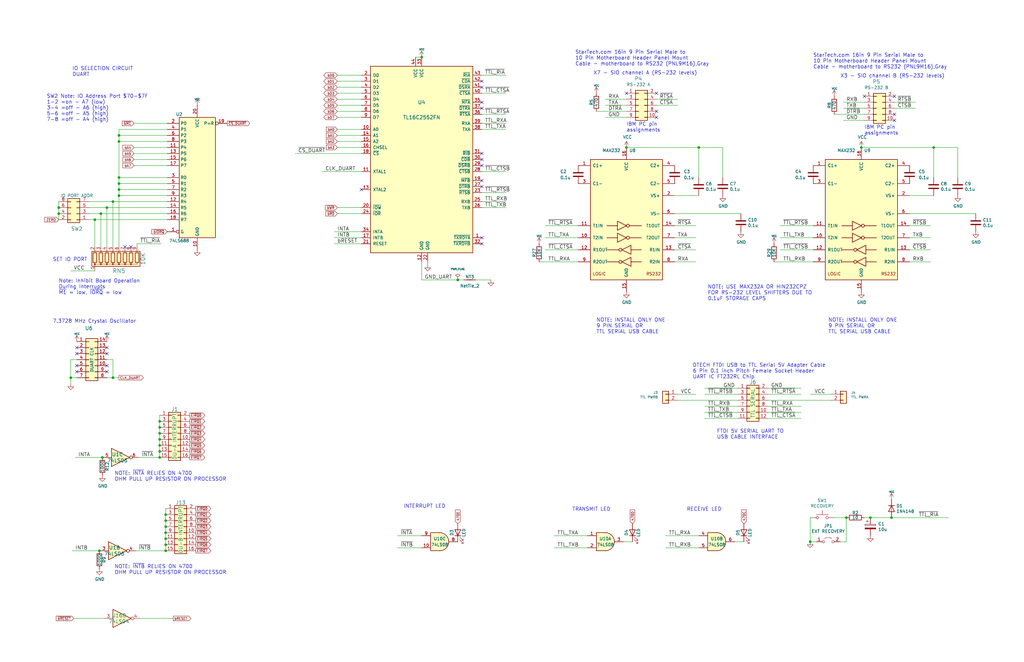
<source format=kicad_sch>
(kicad_sch (version 20211123) (generator eeschema)
  (paper "B")
  (junction (at 177.8 24.13))
  (junction (at 393.7 62.23))
  (junction (at 50.165 57.15))
  (junction (at 50.165 74.93))
  (junction (at 47.625 159.385))
  (junction (at 50.165 82.55))
  (junction (at 69.85 222.25))
  (junction (at 341.63 228.6))
  (junction (at 41.91 232.41))
  (junction (at 43.18 193.04))
  (junction (at 356.87 218.44))
  (junction (at 264.16 62.23))
  (junction (at 69.85 217.17))
  (junction (at 367.03 218.44))
  (junction (at 193.04 118.11))
  (junction (at 45.085 87.63))
  (junction (at 294.64 62.23))
  (junction (at 67.31 185.42))
  (junction (at 40.005 92.71))
  (junction (at 29.845 159.385))
  (junction (at 69.85 224.79))
  (junction (at 67.31 187.96))
  (junction (at 24.765 90.17))
  (junction (at 67.31 193.04))
  (junction (at 24.765 87.63))
  (junction (at 67.31 182.88))
  (junction (at 50.165 77.47))
  (junction (at 375.92 218.44))
  (junction (at 67.31 180.34))
  (junction (at 50.165 59.69))
  (junction (at 42.545 90.17))
  (junction (at 363.22 62.23))
  (junction (at 67.31 190.5))
  (junction (at 69.85 232.41))
  (junction (at 69.85 229.87))
  (junction (at 69.85 219.71))
  (junction (at 50.165 80.01))
  (junction (at 47.625 85.09))
  (junction (at 69.85 227.33))
  (junction (at 67.31 177.8))
  (no_connect (at 55.245 104.14))
  (no_connect (at 203.2 76.2))
  (no_connect (at 52.705 104.14))
  (no_connect (at 276.86 39.37))
  (no_connect (at 377.19 50.8))
  (no_connect (at 276.86 49.53))
  (no_connect (at 203.2 64.77))
  (no_connect (at 32.385 149.225))
  (no_connect (at 152.4 80.01))
  (no_connect (at 203.2 34.29))
  (no_connect (at 276.86 46.99))
  (no_connect (at 203.2 69.85))
  (no_connect (at 32.385 156.845))
  (no_connect (at 203.2 100.33))
  (no_connect (at 203.2 43.18))
  (no_connect (at 45.085 156.845))
  (no_connect (at 364.49 40.64))
  (no_connect (at 45.085 154.305))
  (no_connect (at 45.085 149.225))
  (no_connect (at 377.19 40.64))
  (no_connect (at 203.2 67.31))
  (no_connect (at 264.16 39.37))
  (no_connect (at 32.385 154.305))
  (no_connect (at 203.2 78.74))
  (no_connect (at 203.2 102.87))
  (no_connect (at 203.2 45.72))
  (no_connect (at 203.2 36.83))
  (no_connect (at 32.385 146.685))
  (no_connect (at 377.19 48.26))
  (no_connect (at 45.085 146.685))
  (wire (pts (xy 70.485 74.93) (xy 50.165 74.93)))
  (wire (pts (xy 56.515 52.07) (xy 70.485 52.07)))
  (wire (pts (xy 24.765 90.17) (xy 24.765 92.71)))
  (wire (pts (xy 203.2 85.09) (xy 213.36 85.09)))
  (wire (pts (xy 297.18 163.83) (xy 311.15 163.83)))
  (wire (pts (xy 124.46 64.77) (xy 152.4 64.77)))
  (wire (pts (xy 403.86 62.23) (xy 403.86 74.93)))
  (wire (pts (xy 67.31 177.8) (xy 67.31 175.26)))
  (wire (pts (xy 393.7 62.23) (xy 363.22 62.23)))
  (wire (pts (xy 280.67 231.14) (xy 294.64 231.14)))
  (wire (pts (xy 69.85 229.87) (xy 69.85 232.41)))
  (wire (pts (xy 142.24 49.53) (xy 152.4 49.53)))
  (wire (pts (xy 284.48 105.41) (xy 293.37 105.41)))
  (wire (pts (xy 341.63 218.44) (xy 341.63 228.6)))
  (wire (pts (xy 276.86 41.91) (xy 285.75 41.91)))
  (wire (pts (xy 67.31 190.5) (xy 67.31 187.96)))
  (wire (pts (xy 297.18 176.53) (xy 311.15 176.53)))
  (wire (pts (xy 142.24 31.75) (xy 152.4 31.75)))
  (wire (pts (xy 30.48 232.41) (xy 41.91 232.41)))
  (wire (pts (xy 142.24 90.17) (xy 152.4 90.17)))
  (wire (pts (xy 50.165 74.93) (xy 50.165 59.69)))
  (wire (pts (xy 70.485 77.47) (xy 50.165 77.47)))
  (wire (pts (xy 383.54 105.41) (xy 392.43 105.41)))
  (wire (pts (xy 40.005 104.14) (xy 40.005 92.71)))
  (wire (pts (xy 200.66 118.11) (xy 207.01 118.11)))
  (wire (pts (xy 350.52 166.37) (xy 341.63 166.37)))
  (wire (pts (xy 67.31 187.96) (xy 67.31 185.42)))
  (wire (pts (xy 323.85 176.53) (xy 337.82 176.53)))
  (wire (pts (xy 180.34 111.76) (xy 180.34 110.49)))
  (wire (pts (xy 328.93 105.41) (xy 342.9 105.41)))
  (wire (pts (xy 47.625 159.385) (xy 47.625 151.765)))
  (wire (pts (xy 57.785 102.87) (xy 57.785 104.14)))
  (wire (pts (xy 40.005 114.3) (xy 29.845 114.3)))
  (wire (pts (xy 152.4 72.39) (xy 135.89 72.39)))
  (wire (pts (xy 70.485 82.55) (xy 50.165 82.55)))
  (wire (pts (xy 29.845 151.765) (xy 29.845 159.385)))
  (wire (pts (xy 203.2 52.07) (xy 213.36 52.07)))
  (wire (pts (xy 311.15 168.91) (xy 285.75 168.91)))
  (wire (pts (xy 50.165 80.01) (xy 50.165 77.47)))
  (wire (pts (xy 142.24 87.63) (xy 152.4 87.63)))
  (wire (pts (xy 337.82 171.45) (xy 323.85 171.45)))
  (wire (pts (xy 140.97 102.87) (xy 152.4 102.87)))
  (wire (pts (xy 24.765 85.09) (xy 24.765 87.63)))
  (wire (pts (xy 354.33 228.6) (xy 356.87 228.6)))
  (wire (pts (xy 328.93 95.25) (xy 342.9 95.25)))
  (wire (pts (xy 70.485 59.69) (xy 50.165 59.69)))
  (wire (pts (xy 328.93 100.33) (xy 342.9 100.33)))
  (wire (pts (xy 337.82 166.37) (xy 323.85 166.37)))
  (wire (pts (xy 377.19 43.18) (xy 386.08 43.18)))
  (wire (pts (xy 294.64 62.23) (xy 264.16 62.23)))
  (wire (pts (xy 167.64 231.14) (xy 177.8 231.14)))
  (wire (pts (xy 142.24 57.15) (xy 152.4 57.15)))
  (wire (pts (xy 50.165 104.14) (xy 50.165 82.55)))
  (wire (pts (xy 177.8 118.11) (xy 193.04 118.11)))
  (wire (pts (xy 57.785 102.87) (xy 67.945 102.87)))
  (wire (pts (xy 276.86 44.45) (xy 285.75 44.45)))
  (wire (pts (xy 355.6 45.72) (xy 364.49 45.72)))
  (wire (pts (xy 323.85 168.91) (xy 350.52 168.91)))
  (wire (pts (xy 142.24 39.37) (xy 152.4 39.37)))
  (wire (pts (xy 69.85 214.63) (xy 69.85 217.17)))
  (wire (pts (xy 383.54 95.25) (xy 392.43 95.25)))
  (wire (pts (xy 45.085 87.63) (xy 70.485 87.63)))
  (wire (pts (xy 37.465 87.63) (xy 45.085 87.63)))
  (wire (pts (xy 69.85 219.71) (xy 69.85 222.25)))
  (wire (pts (xy 337.82 163.83) (xy 323.85 163.83)))
  (wire (pts (xy 229.87 105.41) (xy 243.84 105.41)))
  (wire (pts (xy 45.085 159.385) (xy 47.625 159.385)))
  (wire (pts (xy 255.27 41.91) (xy 264.16 41.91)))
  (wire (pts (xy 229.87 100.33) (xy 243.84 100.33)))
  (wire (pts (xy 42.545 104.14) (xy 42.545 90.17)))
  (wire (pts (xy 383.54 82.55) (xy 393.7 82.55)))
  (wire (pts (xy 50.165 77.47) (xy 50.165 74.93)))
  (wire (pts (xy 67.31 185.42) (xy 67.31 182.88)))
  (wire (pts (xy 142.24 44.45) (xy 152.4 44.45)))
  (wire (pts (xy 203.2 54.61) (xy 213.36 54.61)))
  (wire (pts (xy 255.27 49.53) (xy 264.16 49.53)))
  (wire (pts (xy 383.54 90.17) (xy 411.48 90.17)))
  (wire (pts (xy 29.845 161.925) (xy 29.845 159.385)))
  (wire (pts (xy 284.48 95.25) (xy 293.37 95.25)))
  (wire (pts (xy 56.515 67.31) (xy 70.485 67.31)))
  (wire (pts (xy 284.48 90.17) (xy 312.42 90.17)))
  (wire (pts (xy 383.54 100.33) (xy 392.43 100.33)))
  (wire (pts (xy 203.2 39.37) (xy 213.36 39.37)))
  (wire (pts (xy 45.085 104.14) (xy 45.085 87.63)))
  (wire (pts (xy 355.6 50.8) (xy 364.49 50.8)))
  (wire (pts (xy 227.33 110.49) (xy 243.84 110.49)))
  (wire (pts (xy 251.46 46.99) (xy 264.16 46.99)))
  (wire (pts (xy 337.82 173.99) (xy 323.85 173.99)))
  (wire (pts (xy 69.85 217.17) (xy 69.85 219.71)))
  (wire (pts (xy 37.465 92.71) (xy 40.005 92.71)))
  (wire (pts (xy 40.005 92.71) (xy 70.485 92.71)))
  (wire (pts (xy 140.97 97.79) (xy 152.4 97.79)))
  (wire (pts (xy 393.7 62.23) (xy 403.86 62.23)))
  (wire (pts (xy 50.165 59.69) (xy 50.165 57.15)))
  (wire (pts (xy 142.24 36.83) (xy 152.4 36.83)))
  (wire (pts (xy 377.19 45.72) (xy 386.08 45.72)))
  (wire (pts (xy 203.2 87.63) (xy 213.36 87.63)))
  (wire (pts (xy 400.05 218.44) (xy 375.92 218.44)))
  (wire (pts (xy 37.465 90.17) (xy 42.545 90.17)))
  (wire (pts (xy 294.64 74.93) (xy 294.64 62.23)))
  (wire (pts (xy 351.79 48.26) (xy 364.49 48.26)))
  (wire (pts (xy 24.765 87.63) (xy 24.765 90.17)))
  (wire (pts (xy 309.88 228.6) (xy 313.69 228.6)))
  (wire (pts (xy 284.48 110.49) (xy 293.37 110.49)))
  (wire (pts (xy 142.24 54.61) (xy 152.4 54.61)))
  (wire (pts (xy 42.545 90.17) (xy 70.485 90.17)))
  (wire (pts (xy 297.18 173.99) (xy 311.15 173.99)))
  (wire (pts (xy 393.7 74.93) (xy 393.7 62.23)))
  (wire (pts (xy 67.31 193.04) (xy 67.31 190.5)))
  (wire (pts (xy 364.49 218.44) (xy 367.03 218.44)))
  (wire (pts (xy 280.67 226.06) (xy 294.64 226.06)))
  (wire (pts (xy 193.04 118.11) (xy 195.58 118.11)))
  (wire (pts (xy 229.87 95.25) (xy 243.84 95.25)))
  (wire (pts (xy 56.515 69.85) (xy 70.485 69.85)))
  (wire (pts (xy 70.485 80.01) (xy 50.165 80.01)))
  (wire (pts (xy 32.385 151.765) (xy 29.845 151.765)))
  (wire (pts (xy 367.03 218.44) (xy 375.92 218.44)))
  (wire (pts (xy 177.8 118.11) (xy 177.8 110.49)))
  (wire (pts (xy 233.68 226.06) (xy 247.65 226.06)))
  (wire (pts (xy 297.18 171.45) (xy 311.15 171.45)))
  (wire (pts (xy 356.87 228.6) (xy 356.87 218.44)))
  (wire (pts (xy 56.515 64.77) (xy 70.485 64.77)))
  (wire (pts (xy 203.2 81.28) (xy 213.36 81.28)))
  (wire (pts (xy 142.24 41.91) (xy 152.4 41.91)))
  (wire (pts (xy 142.24 46.99) (xy 152.4 46.99)))
  (wire (pts (xy 294.64 62.23) (xy 304.8 62.23)))
  (wire (pts (xy 37.465 85.09) (xy 47.625 85.09)))
  (wire (pts (xy 47.625 85.09) (xy 70.485 85.09)))
  (wire (pts (xy 383.54 110.49) (xy 392.43 110.49)))
  (wire (pts (xy 297.18 166.37) (xy 311.15 166.37)))
  (wire (pts (xy 69.85 227.33) (xy 69.85 229.87)))
  (wire (pts (xy 69.85 224.79) (xy 69.85 227.33)))
  (wire (pts (xy 58.42 193.04) (xy 67.31 193.04)))
  (wire (pts (xy 47.625 159.385) (xy 50.165 159.385)))
  (wire (pts (xy 47.625 104.14) (xy 47.625 85.09)))
  (wire (pts (xy 233.68 231.14) (xy 247.65 231.14)))
  (wire (pts (xy 67.31 180.34) (xy 67.31 177.8)))
  (wire (pts (xy 45.085 151.765) (xy 47.625 151.765)))
  (wire (pts (xy 59.055 260.985) (xy 73.025 260.985)))
  (wire (pts (xy 203.2 72.39) (xy 213.36 72.39)))
  (wire (pts (xy 56.515 62.23) (xy 70.485 62.23)))
  (wire (pts (xy 356.87 218.44) (xy 351.79 218.44)))
  (wire (pts (xy 50.165 54.61) (xy 70.485 54.61)))
  (wire (pts (xy 177.8 24.13) (xy 175.26 24.13)))
  (wire (pts (xy 31.115 260.985) (xy 43.815 260.985)))
  (wire (pts (xy 284.48 82.55) (xy 294.64 82.55)))
  (wire (pts (xy 142.24 62.23) (xy 152.4 62.23)))
  (wire (pts (xy 203.2 48.26) (xy 213.36 48.26)))
  (wire (pts (xy 167.64 226.06) (xy 177.8 226.06)))
  (wire (pts (xy 203.2 31.75) (xy 213.36 31.75)))
  (wire (pts (xy 142.24 34.29) (xy 152.4 34.29)))
  (wire (pts (xy 142.24 59.69) (xy 152.4 59.69)))
  (wire (pts (xy 140.97 100.33) (xy 152.4 100.33)))
  (wire (pts (xy 341.63 228.6) (xy 344.17 228.6)))
  (wire (pts (xy 304.8 62.23) (xy 304.8 74.93)))
  (wire (pts (xy 284.48 100.33) (xy 293.37 100.33)))
  (wire (pts (xy 57.15 232.41) (xy 69.85 232.41)))
  (wire (pts (xy 50.165 57.15) (xy 50.165 54.61)))
  (wire (pts (xy 326.39 110.49) (xy 342.9 110.49)))
  (wire (pts (xy 50.165 82.55) (xy 50.165 80.01)))
  (wire (pts (xy 31.75 193.04) (xy 43.18 193.04)))
  (wire (pts (xy 255.27 44.45) (xy 264.16 44.45)))
  (wire (pts (xy 70.485 57.15) (xy 50.165 57.15)))
  (wire (pts (xy 285.75 166.37) (xy 293.37 166.37)))
  (wire (pts (xy 355.6 43.18) (xy 364.49 43.18)))
  (wire (pts (xy 262.89 228.6) (xy 266.7 228.6)))
  (wire (pts (xy 29.845 159.385) (xy 32.385 159.385)))
  (wire (pts (xy 69.85 222.25) (xy 69.85 224.79)))
  (wire (pts (xy 67.31 182.88) (xy 67.31 180.34)))
  (text "NOTE: USE MAX232A OR HIN232CPZ\nFOR RS-232 LEVEL SHIFTERS DUE TO\n0.1uF STORAGE CAPS" (at 298.45 127 0) (effects (font (size 1.524 1.524)) (justify left bottom)))
  (text "X7 - SIO channel A (RS-232 levels)" (at 250.19 31.75 0) (effects (font (size 1.524 1.524)) (justify left bottom)))
  (text "NOTE: INSTALL ONLY ONE\n9 PIN SERIAL OR\nTTL SERIAL USB CABLE" (at 251.46 140.97 0) (effects (font (size 1.524 1.524)) (justify left bottom)))
  (text "SW2 Note: IO Address Port $70-$7F\n1-2 =on - A7 (low)\n3-4 =off - A6 (high)\n5-6 =off - A5 (high)\n7-8 =off - A4 (high)" (at 19.685 51.435 0) (effects (font (size 1.524 1.524)) (justify left bottom)))
  (text "NOTE: ~{INTB} RELIES ON 4700 \nOHM PULL UP RESISTOR ON PROCESSOR" (at 48.26 242.57 0) (effects (font (size 1.524 1.524)) (justify left bottom)))
  (text "NOTE: ~{INTA} RELIES ON 4700 \nOHM PULL UP RESISTOR ON PROCESSOR" (at 48.26 203.2 0) (effects (font (size 1.524 1.524)) (justify left bottom)))
  (text "StarTech.com 16in 9 Pin Serial Male to \n10 Pin Motherboard Header Panel Mount \nCable - motherboard to RS232 (PNL9M16),Gray" (at 242.57 27.94 0) (effects (font (size 1.524 1.524)) (justify left bottom)))
  (text "INTERRUPT LED" (at 170.18 214.63 0) (effects (font (size 1.524 1.524)) (justify left bottom)))
  (text "SET IO PORT" (at 22.225 110.49 0) (effects (font (size 1.524 1.524)) (justify left bottom)))
  (text "DTECH FTDI USB to TTL Serial 5V Adapter Cable \n6 Pin 0.1 inch Pitch Female Socket Header \nUART IC FT232RL Chip" (at 292.1 160.02 0) (effects (font (size 1.524 1.524)) (justify left bottom)))
  (text "FTDI 5V SERIAL UART TO\nUSB CABLE INTERFACE" (at 302.26 185.42 0) (effects (font (size 1.524 1.524)) (justify left bottom)))
  (text "TRANSMIT LED" (at 241.3 215.9 0) (effects (font (size 1.524 1.524)) (justify left bottom)))
  (text "7.3728 MHz Crystal Oscillator" (at 22.225 136.525 0) (effects (font (size 1.524 1.524)) (justify left bottom)))
  (text "IBM PC pin\nassignments" (at 264.16 55.88 0) (effects (font (size 1.524 1.524)) (justify left bottom)))
  (text "StarTech.com 16in 9 Pin Serial Male to \n10 Pin Motherboard Header Panel Mount \nCable - motherboard to RS232 (PNL9M16),Gray" (at 342.9 29.21 0) (effects (font (size 1.524 1.524)) (justify left bottom)))
  (text "RECEIVE LED" (at 289.56 215.9 0) (effects (font (size 1.524 1.524)) (justify left bottom)))
  (text "IO SELECTION CIRCUIT\nDUART" (at 30.48 32.385 0) (effects (font (size 1.524 1.524)) (justify left bottom)))
  (text "Note: Inhibit Board Operation\nDuring Interrupts\n~{M1} = low, ~{IORQ} = low" (at 24.765 124.46 0) (effects (font (size 1.524 1.524)) (justify left bottom)))
  (text "X3 - SIO channel B (RS-232 levels)" (at 354.33 33.02 0) (effects (font (size 1.524 1.524)) (justify left bottom)))
  (text "NOTE: INSTALL ONLY ONE\n9 PIN SERIAL OR\nTTL SERIAL USB CABLE" (at 349.25 140.97 0) (effects (font (size 1.524 1.524)) (justify left bottom)))
  (text "IBM PC pin\nassignments" (at 364.49 57.15 0) (effects (font (size 1.524 1.524)) (justify left bottom)))
  (label "~{DTRA}" (at 256.54 46.99 0) (effects (font (size 1.524 1.524))))
  (label "~{INTB}" (at 168.91 231.14 0) (effects (font (size 1.524 1.524))))
  (label "~{TTL_CTSB}" (at 330.2 105.41 0) (effects (font (size 1.524 1.524))))
  (label "TXA" (at 285.75 100.33 0) (effects (font (size 1.524 1.524))))
  (label "TXB" (at 356.87 45.72 0) (effects (font (size 1.524 1.524))))
  (label "~{TTL_RTSA}" (at 231.14 95.25 0) (effects (font (size 1.524 1.524))))
  (label "INTA" (at 142.24 97.79 0) (effects (font (size 1.524 1.524))))
  (label "RXA" (at 256.54 41.91 0) (effects (font (size 1.524 1.524))))
  (label "GND" (at 356.87 50.8 0) (effects (font (size 1.524 1.524))))
  (label "TTL_TXB" (at 330.2 100.33 0) (effects (font (size 1.524 1.524))))
  (label "~{RTSA}" (at 278.13 41.91 0) (effects (font (size 1.524 1.524))))
  (label "~{CTSA}" (at 285.75 105.41 0) (effects (font (size 1.524 1.524))))
  (label "RXA" (at 285.75 110.49 0) (effects (font (size 1.524 1.524))))
  (label "TTL_RXA" (at 281.94 226.06 0) (effects (font (size 1.524 1.524))))
  (label "TTL_TXB" (at 298.45 173.99 0) (effects (font (size 1.524 1.524))))
  (label "~{TTL_CTSB}" (at 298.45 176.53 0) (effects (font (size 1.524 1.524))))
  (label "~{TTL_RIA}" (at 59.055 102.87 0) (effects (font (size 1.524 1.524))))
  (label "RXB" (at 356.87 43.18 0) (effects (font (size 1.524 1.524))))
  (label "TTL_TXB" (at 234.95 231.14 0) (effects (font (size 1.524 1.524))))
  (label "~{TTL_RTSA}" (at 325.12 166.37 0) (effects (font (size 1.524 1.524))))
  (label "~{TTL_RTSB}" (at 204.47 81.28 0) (effects (font (size 1.524 1.524))))
  (label "GND" (at 256.54 49.53 0) (effects (font (size 1.524 1.524))))
  (label "~{TTL_RTSA}" (at 204.47 48.26 0) (effects (font (size 1.524 1.524))))
  (label "~{CS_DUART}" (at 125.73 64.77 0) (effects (font (size 1.524 1.524))))
  (label "~{TTL_RIA}" (at 204.47 31.75 0) (effects (font (size 1.524 1.524))))
  (label "INTB" (at 31.75 232.41 0) (effects (font (size 1.524 1.524))))
  (label "VCC" (at 347.98 166.37 180) (effects (font (size 1.524 1.524))))
  (label "GND" (at 325.12 163.83 0) (effects (font (size 1.524 1.524))))
  (label "~{CTSB}" (at 378.46 45.72 0) (effects (font (size 1.524 1.524))))
  (label "TTL_RXB" (at 281.94 231.14 0) (effects (font (size 1.524 1.524))))
  (label "~{CTSA}" (at 278.13 44.45 0) (effects (font (size 1.524 1.524))))
  (label "TTL_RXA" (at 325.12 171.45 0) (effects (font (size 1.524 1.524))))
  (label "~{CTSB}" (at 384.81 105.41 0) (effects (font (size 1.524 1.524))))
  (label "GND_UART" (at 179.07 118.11 0) (effects (font (size 1.524 1.524))))
  (label "~{RTSA}" (at 285.75 95.25 0) (effects (font (size 1.524 1.524))))
  (label "RXB" (at 384.81 110.49 0) (effects (font (size 1.524 1.524))))
  (label "bRESET" (at 142.24 102.87 0) (effects (font (size 1.524 1.524))))
  (label "CLK_DUART" (at 137.16 72.39 0) (effects (font (size 1.524 1.524))))
  (label "~{TTL_CTSA}" (at 231.14 105.41 0) (effects (font (size 1.524 1.524))))
  (label "INTB" (at 142.24 100.33 0) (effects (font (size 1.524 1.524))))
  (label "~{TTL_CTSA}" (at 325.12 176.53 0) (effects (font (size 1.524 1.524))))
  (label "TTL_TXB" (at 204.47 87.63 0) (effects (font (size 1.524 1.524))))
  (label "~{TTL_CTSB}" (at 204.47 72.39 0) (effects (font (size 1.524 1.524))))
  (label "TTL_TXA" (at 231.14 100.33 0) (effects (font (size 1.524 1.524))))
  (label "INTA" (at 33.02 193.04 0) (effects (font (size 1.524 1.524))))
  (label "GND" (at 309.88 163.83 180) (effects (font (size 1.524 1.524))))
  (label "~{TTL_RIA}" (at 387.35 218.44 0) (effects (font (size 1.524 1.524))))
  (label "~{INTA}" (at 59.69 193.04 0) (effects (font (size 1.524 1.524))))
  (label "~{DTRB}" (at 356.87 48.26 0) (effects (font (size 1.524 1.524))))
  (label "~{RTSB}" (at 378.46 43.18 0) (effects (font (size 1.524 1.524))))
  (label "TTL_RXB" (at 204.47 85.09 0) (effects (font (size 1.524 1.524))))
  (label "VCC" (at 31.115 114.3 0) (effects (font (size 1.524 1.524))))
  (label "VCC" (at 287.02 166.37 0) (effects (font (size 1.524 1.524))))
  (label "TTL_RXB" (at 330.2 110.49 0) (effects (font (size 1.524 1.524))))
  (label "~{TTL_CTSA}" (at 204.47 39.37 0) (effects (font (size 1.524 1.524))))
  (label "TTL_TXA" (at 204.47 54.61 0) (effects (font (size 1.524 1.524))))
  (label "~{INTB}" (at 58.42 232.41 0) (effects (font (size 1.524 1.524))))
  (label "TTL_RXB" (at 298.45 171.45 0) (effects (font (size 1.524 1.524))))
  (label "TTL_TXA" (at 325.12 173.99 0) (effects (font (size 1.524 1.524))))
  (label "~{RTSB}" (at 384.81 95.25 0) (effects (font (size 1.524 1.524))))
  (label "~{TTL_RTSB}" (at 330.2 95.25 0) (effects (font (size 1.524 1.524))))
  (label "TXA" (at 256.54 44.45 0) (effects (font (size 1.524 1.524))))
  (label "~{INTA}" (at 168.91 226.06 0) (effects (font (size 1.524 1.524))))
  (label "~{TTL_RTSB}" (at 298.45 166.37 0) (effects (font (size 1.524 1.524))))
  (label "TTL_RXA" (at 204.47 52.07 0) (effects (font (size 1.524 1.524))))
  (label "TTL_RXA" (at 231.14 110.49 0) (effects (font (size 1.524 1.524))))
  (label "TTL_TXA" (at 234.95 226.06 0) (effects (font (size 1.524 1.524))))
  (label "TXB" (at 384.81 100.33 0) (effects (font (size 1.524 1.524))))
  (global_label "bD3" (shape bidirectional) (at 142.24 39.37 180) (effects (font (size 1.016 1.016))) (property "Intersheet References" "${INTERSHEET_REFS}" (effects hide)))
  (global_label "~{EIRQ1}" (shape output) (at 80.01 177.8 0) (effects (font (size 1.016 1.016))) (property "Intersheet References" "${INTERSHEET_REFS}" (effects hide)))
  (global_label "~{EIRQ1}" (shape output) (at 82.55 217.17 0) (effects (font (size 1.016 1.016))) (property "Intersheet References" "${INTERSHEET_REFS}" (effects hide)))
  (global_label "~{CS_DUART}" (shape output) (at 95.885 52.07 0) (effects (font (size 1.016 1.016))) (property "Intersheet References" "${INTERSHEET_REFS}" (effects hide)))
  (global_label "~{EIRQ2}" (shape output) (at 82.55 219.71 0) (effects (font (size 1.016 1.016))) (property "Intersheet References" "${INTERSHEET_REFS}" (effects hide)))
  (global_label "~{EIRQ3}" (shape output) (at 82.55 222.25 0) (effects (font (size 1.016 1.016))) (property "Intersheet References" "${INTERSHEET_REFS}" (effects hide)))
  (global_label "bA1" (shape input) (at 142.24 57.15 180) (effects (font (size 1.016 1.016))) (property "Intersheet References" "${INTERSHEET_REFS}" (effects hide)))
  (global_label "~{EIRQ6}" (shape output) (at 82.55 229.87 0) (effects (font (size 1.016 1.016))) (property "Intersheet References" "${INTERSHEET_REFS}" (effects hide)))
  (global_label "bA6" (shape input) (at 56.515 67.31 180) (effects (font (size 1.016 1.016))) (property "Intersheet References" "${INTERSHEET_REFS}" (effects hide)))
  (global_label "bD5" (shape bidirectional) (at 142.24 44.45 180) (effects (font (size 1.016 1.016))) (property "Intersheet References" "${INTERSHEET_REFS}" (effects hide)))
  (global_label "~{EIRQ6}" (shape output) (at 80.01 190.5 0) (effects (font (size 1.016 1.016))) (property "Intersheet References" "${INTERSHEET_REFS}" (effects hide)))
  (global_label "470E" (shape input) (at 193.04 220.98 90) (effects (font (size 1.016 1.016))) (property "Intersheet References" "${INTERSHEET_REFS}" (effects hide)))
  (global_label "470D" (shape input) (at 266.7 220.98 90) (effects (font (size 1.016 1.016))) (property "Intersheet References" "${INTERSHEET_REFS}" (effects hide)))
  (global_label "bA0" (shape input) (at 142.24 54.61 180) (effects (font (size 1.016 1.016))) (property "Intersheet References" "${INTERSHEET_REFS}" (effects hide)))
  (global_label "~{EIRQ2}" (shape output) (at 80.01 180.34 0) (effects (font (size 1.016 1.016))) (property "Intersheet References" "${INTERSHEET_REFS}" (effects hide)))
  (global_label "~{EIRQ0}" (shape output) (at 82.55 214.63 0) (effects (font (size 1.016 1.016))) (property "Intersheet References" "${INTERSHEET_REFS}" (effects hide)))
  (global_label "bA4" (shape input) (at 56.515 62.23 180) (effects (font (size 1.016 1.016))) (property "Intersheet References" "${INTERSHEET_REFS}" (effects hide)))
  (global_label "~{bRESET}" (shape input) (at 31.115 260.985 180) (effects (font (size 1.016 1.016))) (property "Intersheet References" "${INTERSHEET_REFS}" (effects hide)))
  (global_label "~{bM1}" (shape input) (at 56.515 52.07 180) (effects (font (size 1.016 1.016))) (property "Intersheet References" "${INTERSHEET_REFS}" (effects hide)))
  (global_label "~{EIRQ5}" (shape output) (at 80.01 187.96 0) (effects (font (size 1.016 1.016))) (property "Intersheet References" "${INTERSHEET_REFS}" (effects hide)))
  (global_label "ZERO" (shape input) (at 24.765 92.71 180) (effects (font (size 1.016 1.016))) (property "Intersheet References" "${INTERSHEET_REFS}" (effects hide)))
  (global_label "bD4" (shape bidirectional) (at 142.24 41.91 180) (effects (font (size 1.016 1.016))) (property "Intersheet References" "${INTERSHEET_REFS}" (effects hide)))
  (global_label "~{EIRQ4}" (shape output) (at 80.01 185.42 0) (effects (font (size 1.016 1.016))) (property "Intersheet References" "${INTERSHEET_REFS}" (effects hide)))
  (global_label "bD0" (shape bidirectional) (at 142.24 31.75 180) (effects (font (size 1.016 1.016))) (property "Intersheet References" "${INTERSHEET_REFS}" (effects hide)))
  (global_label "bA5" (shape input) (at 56.515 64.77 180) (effects (font (size 1.016 1.016))) (property "Intersheet References" "${INTERSHEET_REFS}" (effects hide)))
  (global_label "bA7" (shape input) (at 56.515 69.85 180) (effects (font (size 1.016 1.016))) (property "Intersheet References" "${INTERSHEET_REFS}" (effects hide)))
  (global_label "~{EIRQ0}" (shape output) (at 80.01 175.26 0) (effects (font (size 1.016 1.016))) (property "Intersheet References" "${INTERSHEET_REFS}" (effects hide)))
  (global_label "~{EIRQ3}" (shape output) (at 80.01 182.88 0) (effects (font (size 1.016 1.016))) (property "Intersheet References" "${INTERSHEET_REFS}" (effects hide)))
  (global_label "bD6" (shape bidirectional) (at 142.24 46.99 180) (effects (font (size 1.016 1.016))) (property "Intersheet References" "${INTERSHEET_REFS}" (effects hide)))
  (global_label "bD2" (shape bidirectional) (at 142.24 36.83 180) (effects (font (size 1.016 1.016))) (property "Intersheet References" "${INTERSHEET_REFS}" (effects hide)))
  (global_label "bA3" (shape input) (at 142.24 62.23 180) (effects (font (size 1.016 1.016))) (property "Intersheet References" "${INTERSHEET_REFS}" (effects hide)))
  (global_label "~{EIRQ4}" (shape output) (at 82.55 224.79 0) (effects (font (size 1.016 1.016))) (property "Intersheet References" "${INTERSHEET_REFS}" (effects hide)))
  (global_label "~{EIRQ7}" (shape output) (at 82.55 232.41 0) (effects (font (size 1.016 1.016))) (property "Intersheet References" "${INTERSHEET_REFS}" (effects hide)))
  (global_label "~{EIRQ7}" (shape output) (at 80.01 193.04 0) (effects (font (size 1.016 1.016))) (property "Intersheet References" "${INTERSHEET_REFS}" (effects hide)))
  (global_label "~{bRD}" (shape input) (at 142.24 90.17 180) (effects (font (size 1.016 1.016))) (property "Intersheet References" "${INTERSHEET_REFS}" (effects hide)))
  (global_label "bA2" (shape input) (at 142.24 59.69 180) (effects (font (size 1.016 1.016))) (property "Intersheet References" "${INTERSHEET_REFS}" (effects hide)))
  (global_label "~{EIRQ5}" (shape output) (at 82.55 227.33 0) (effects (font (size 1.016 1.016))) (property "Intersheet References" "${INTERSHEET_REFS}" (effects hide)))
  (global_label "CLK_DUART" (shape output) (at 50.165 159.385 0) (effects (font (size 1.016 1.016))) (property "Intersheet References" "${INTERSHEET_REFS}" (effects hide)))
  (global_label "bD7" (shape bidirectional) (at 142.24 49.53 180) (effects (font (size 1.016 1.016))) (property "Intersheet References" "${INTERSHEET_REFS}" (effects hide)))
  (global_label "~{bWR}" (shape input) (at 142.24 87.63 180) (effects (font (size 1.016 1.016))) (property "Intersheet References" "${INTERSHEET_REFS}" (effects hide)))
  (global_label "~{bIORQ}" (shape input) (at 70.485 97.79 180) (effects (font (size 1.016 1.016))) (property "Intersheet References" "${INTERSHEET_REFS}" (effects hide)))
  (global_label "bD1" (shape bidirectional) (at 142.24 34.29 180) (effects (font (size 1.016 1.016))) (property "Intersheet References" "${INTERSHEET_REFS}" (effects hide)))
  (global_label "470C" (shape input) (at 313.69 220.98 90) (effects (font (size 1.016 1.016))) (property "Intersheet References" "${INTERSHEET_REFS}" (effects hide)))
  (global_label "bRESET" (shape output) (at 73.025 260.985 0) (effects (font (size 1.016 1.016))) (property "Intersheet References" "${INTERSHEET_REFS}" (effects hide)))
  (symbol (lib_id "Connector_Generic:Conn_02x05_Odd_Even") (at 269.24 44.45 0) (unit 1)
    (property "Reference" "P4" (at 269.24 33.1978 0) (effects (font (size 1.524 1.524))))
    (property "Value" "RS-232 A" (at 269.24 35.687 0))
    (property "Footprint" "Connector_IDC:IDC-Header_2x05_P2.54mm_Horizontal" (effects hide))
  )
  (symbol (lib_id "Connector_Generic:Conn_02x07_Counter_Clockwise") (at 37.465 151.765 0) (unit 1)
    (property "Reference" "U6" (at 37.465 138.5062 0) (effects (font (size 1.524 1.524))))
    (property "Value" "DUART CLK" (at 38.735 151.765 90))
    (property "Footprint" "Package_DIP:DIP-14_W7.62mm" (effects hide))
  )
  (symbol (lib_id "74xx:74LS06") (at 50.8 193.04 0) (unit 3)
    (property "Reference" "U1" (at 49.53 191.77 0) (effects (font (size 1.524 1.524))))
    (property "Value" "74LS06" (at 49.53 194.31 0) (effects (font (size 1.524 1.524))))
    (property "Footprint" "Package_DIP:DIP-14_W7.62mm" (effects hide))
    (property "Datasheet" "http://www.ti.com/lit/gpn/sn74LS06" (effects hide))
  )
  (symbol (lib_id "Device:LED") (at 193.04 224.79 90) (unit 1)
    (property "Reference" "D3" (at 190.5 224.79 0))
    (property "Value" "LED" (at 195.58 224.79 0))
    (property "Footprint" "LED_THT:LED_D3.0mm" (effects hide))
  )
  (symbol (lib_id "Connector_Generic:Conn_01x02") (at 355.6 166.37 0) (unit 1)
    (property "Reference" "J4" (at 358.8512 165.6588 0) (effects (font (size 1.016 1.016)) (justify left)))
    (property "Value" "TTL PWRA" (at 358.8512 167.5892 0) (effects (font (size 1.016 1.016)) (justify left)))
    (property "Footprint" "Connector_PinHeader_2.54mm:PinHeader_1x02_P2.54mm_Vertical" (effects hide))
  )
  (symbol (lib_id "power:VCC") (at 32.385 144.145 0) (unit 1)
    (property "Reference" "#PWR014" (effects hide))
    (property "Value" "VCC" (at 32.4612 140.8938 0) (effects (font (size 0.762 0.762))))
  )
  (symbol (lib_id "Device:LED") (at 313.69 224.79 90) (unit 1)
    (property "Reference" "D5" (at 311.15 224.79 0))
    (property "Value" "LED" (at 316.23 224.79 0))
    (property "Footprint" "LED_THT:LED_D3.0mm" (effects hide))
  )
  (symbol (lib_id "Device:R") (at 251.46 43.18 180) (unit 1)
    (property "Reference" "R5" (at 249.428 43.18 90))
    (property "Value" "470" (at 251.46 43.18 90))
    (property "Footprint" "Resistor_THT:R_Axial_DIN0207_L6.3mm_D2.5mm_P7.62mm_Horizontal" (effects hide))
  )
  (symbol (lib_id "Device:C_Polarized") (at 367.03 222.25 0) (unit 1)
    (property "Reference" "C1" (at 370.3066 221.0816 0) (effects (justify left)))
    (property "Value" "10u" (at 370.3066 223.393 0) (effects (justify left)))
    (property "Footprint" "Capacitor_THT:CP_Radial_D5.0mm_P2.50mm" (effects hide))
  )
  (symbol (lib_id "Diode:1N4148") (at 375.92 214.63 270) (unit 1)
    (property "Reference" "D1" (at 377.952 213.4616 90) (effects (justify left)))
    (property "Value" "1N4148" (at 377.952 215.773 90) (effects (justify left)))
    (property "Footprint" "Diode_THT:D_DO-35_SOD27_P7.62mm_Horizontal" (effects hide))
    (property "Datasheet" "https://assets.nexperia.com/documents/data-sheet/1N4148_1N4448.pdf" (effects hide))
  )
  (symbol (lib_id "power:GND") (at 367.03 226.06 0) (unit 1)
    (property "Reference" "#PWR05" (effects hide))
    (property "Value" "GND" (effects hide))
  )
  (symbol (lib_id "power:GND") (at 207.01 118.11 0) (unit 1)
    (property "Reference" "#PWR018" (effects hide))
    (property "Value" "GND" (effects hide))
  )
  (symbol (lib_id "power:GND") (at 180.34 111.76 0) (unit 1)
    (property "Reference" "#PWR012" (effects hide))
    (property "Value" "GND" (effects hide))
  )
  (symbol (lib_id "74xx:74LS08") (at 185.42 228.6 0) (unit 3)
    (property "Reference" "U10" (at 185.42 227.33 0))
    (property "Value" "74LS08" (at 185.42 229.87 0))
    (property "Footprint" "Package_DIP:DIP-14_W7.62mm" (effects hide))
    (property "Datasheet" "http://www.ti.com/lit/gpn/sn74LS08" (effects hide))
  )
  (symbol (lib_id "Device:R") (at 41.91 236.22 0) (unit 1)
    (property "Reference" "R9" (at 43.942 236.22 90))
    (property "Value" "1000" (at 41.91 236.22 90))
    (property "Footprint" "Resistor_THT:R_Axial_DIN0207_L6.3mm_D2.5mm_P7.62mm_Horizontal" (effects hide))
  )
  (symbol (lib_id "power:GND") (at 41.91 240.03 0) (unit 1)
    (property "Reference" "#PWR020" (effects hide))
    (property "Value" "GND" (at 42.037 244.4242 0))
  )
  (symbol (lib_id "power:GND") (at 83.185 105.41 0) (unit 1)
    (property "Reference" "#PWR09" (effects hide))
    (property "Value" "GND" (effects hide))
  )
  (symbol (lib_id "Connector_Generic:Conn_02x08_Odd_Even") (at 72.39 182.88 0) (unit 1)
    (property "Reference" "J1" (at 73.66 172.72 0) (effects (font (size 1.524 1.524))))
    (property "Value" "DU-A INTERRUPT" (at 73.66 184.15 90) (effects (font (size 1.524 1.524))))
    (property "Footprint" "Connector_PinHeader_2.54mm:PinHeader_2x08_P2.54mm_Vertical" (effects hide))
  )
  (symbol (lib_id "Connector_Generic:Conn_02x08_Odd_Even") (at 74.93 222.25 0) (unit 1)
    (property "Reference" "J13" (at 76.2 212.09 0) (effects (font (size 1.524 1.524))))
    (property "Value" "DU-B INTERRUPT" (at 76.2 223.52 90) (effects (font (size 1.524 1.524))))
    (property "Footprint" "Connector_PinHeader_2.54mm:PinHeader_2x08_P2.54mm_Vertical" (effects hide))
  )
  (symbol (lib_id "74xx:74LS04") (at 51.435 260.985 0) (unit 2)
    (property "Reference" "U16" (at 50.165 259.715 0) (effects (font (size 1.524 1.524))))
    (property "Value" "74LS04" (at 50.165 262.255 0) (effects (font (size 1.524 1.524))))
    (property "Footprint" "Package_DIP:DIP-14_W7.62mm" (effects hide))
    (property "Datasheet" "http://www.ti.com/lit/gpn/sn74LS04" (effects hide))
  )
  (symbol (lib_id "power:GND") (at 341.63 228.6 0) (unit 1)
    (property "Reference" "#PWR0110" (effects hide))
    (property "Value" "GND" (effects hide))
  )
  (symbol (lib_id "power:VCC") (at 251.46 39.37 0) (unit 1)
    (property "Reference" "#PWR013" (effects hide))
    (property "Value" "VCC" (at 251.5362 36.1188 0) (effects (font (size 0.762 0.762))))
  )
  (symbol (lib_id "74xx:74LS06") (at 49.53 232.41 0) (unit 2)
    (property "Reference" "U1" (at 48.26 231.14 0) (effects (font (size 1.524 1.524))))
    (property "Value" "74LS06" (at 48.26 233.68 0) (effects (font (size 1.524 1.524))))
    (property "Footprint" "Package_DIP:DIP-14_W7.62mm" (effects hide))
    (property "Datasheet" "http://www.ti.com/lit/gpn/sn74LS06" (effects hide))
  )
  (symbol (lib_id "power:GND") (at 29.845 161.925 0) (unit 1)
    (property "Reference" "#PWR021" (effects hide))
    (property "Value" "GND" (effects hide))
  )
  (symbol (lib_id "power:VCC") (at 45.085 144.145 0) (unit 1)
    (property "Reference" "#PWR015" (effects hide))
    (property "Value" "VCC" (at 45.1612 140.8938 0) (effects (font (size 0.762 0.762))))
  )
  (symbol (lib_id "Device:LED") (at 266.7 224.79 90) (unit 1)
    (property "Reference" "D4" (at 264.16 224.79 0))
    (property "Value" "LED" (at 269.24 224.79 0))
    (property "Footprint" "LED_THT:LED_D3.0mm" (effects hide))
  )
  (symbol (lib_id "Switch:SW_Push") (at 346.71 218.44 0) (unit 1)
    (property "Reference" "SW1" (at 346.71 211.201 0))
    (property "Value" "RECOVERY" (at 346.71 213.5124 0))
    (property "Footprint" "Button_Switch_THT:SW_Tactile_SPST_Angled_PTS645Vx58-2LFS" (effects hide))
  )
  (symbol (lib_id "power:VCC") (at 375.92 210.82 0) (unit 1)
    (property "Reference" "#PWR01" (effects hide))
    (property "Value" "VCC" (at 375.9962 207.5688 0) (effects (font (size 0.762 0.762))))
  )
  (symbol (lib_id "Device:R") (at 360.68 218.44 90) (unit 1)
    (property "Reference" "R2" (at 360.68 216.408 90))
    (property "Value" "10" (at 360.68 218.44 90))
    (property "Footprint" "Resistor_THT:R_Axial_DIN0207_L6.3mm_D2.5mm_P7.62mm_Horizontal" (effects hide))
  )
  (symbol (lib_id "Jumper:Jumper_2_Open") (at 349.25 228.6 0) (unit 1)
    (property "Reference" "JP1" (at 349.25 221.8944 0))
    (property "Value" "EXT RECOVERY" (at 349.25 224.2058 0))
    (property "Footprint" "Connector_PinHeader_2.54mm:PinHeader_1x02_P2.54mm_Vertical" (effects hide))
  )
  (symbol (lib_id "power:PWR_FLAG") (at 193.04 118.11 0) (unit 1)
    (property "Reference" "#FLG01" (effects hide))
    (property "Value" "PWR_FLAG" (at 193.04 113.538 0) (effects (font (size 0.762 0.762))))
  )
  (symbol (lib_id "Connector_Generic:Conn_02x05_Odd_Even") (at 369.57 45.72 0) (unit 1)
    (property "Reference" "P5" (at 369.57 34.4678 0) (effects (font (size 1.524 1.524))))
    (property "Value" "RS-232 B" (at 369.57 36.957 0))
    (property "Footprint" "Connector_IDC:IDC-Header_2x05_P2.54mm_Horizontal" (effects hide))
  )
  (symbol (lib_id "Device:R") (at 351.79 44.45 180) (unit 1)
    (property "Reference" "R8" (at 349.758 44.45 90))
    (property "Value" "470" (at 351.79 44.45 90))
    (property "Footprint" "Resistor_THT:R_Axial_DIN0207_L6.3mm_D2.5mm_P7.62mm_Horizontal" (effects hide))
  )
  (symbol (lib_id "power:VCC") (at 351.79 40.64 0) (unit 1)
    (property "Reference" "#PWR017" (effects hide))
    (property "Value" "VCC" (at 351.8662 37.3888 0) (effects (font (size 0.762 0.762))))
  )
  (symbol (lib_id "power:VCC") (at 177.8 24.13 0) (unit 1)
    (property "Reference" "#PWR03" (effects hide))
    (property "Value" "VCC" (at 177.8762 20.8788 0) (effects (font (size 0.762 0.762))))
  )
  (symbol (lib_id "TL16C2552FN:TL16C2552FN-Interface_UART") (at 177.8 67.31 0) (unit 1)
    (property "Reference" "U4" (at 177.8 43.18 0) (effects (font (size 1.524 1.524))))
    (property "Value" "TL16C2552FN" (at 177.8 49.53 0) (effects (font (size 1.524 1.524))))
    (property "Footprint" "Package_LCC:PLCC-44_THT-Socket" (effects hide))
  )
  (symbol (lib_id "74xx:74LS08") (at 255.27 228.6 0) (unit 1)
    (property "Reference" "U10" (at 255.27 227.33 0))
    (property "Value" "74LS08" (at 255.27 229.87 0))
    (property "Footprint" "Package_DIP:DIP-14_W7.62mm" (effects hide))
    (property "Datasheet" "http://www.ti.com/lit/gpn/sn74LS08" (effects hide))
  )
  (symbol (lib_id "74xx:74LS08") (at 302.26 228.6 0) (unit 2)
    (property "Reference" "U10" (at 302.26 227.33 0))
    (property "Value" "74LS08" (at 302.26 229.87 0))
    (property "Footprint" "Package_DIP:DIP-14_W7.62mm" (effects hide))
    (property "Datasheet" "http://www.ti.com/lit/gpn/sn74LS08" (effects hide))
  )
  (symbol (lib_id "Device:R") (at 43.18 196.85 0) (unit 1)
    (property "Reference" "R12" (at 45.212 196.85 90))
    (property "Value" "1000" (at 43.18 196.85 90))
    (property "Footprint" "Resistor_THT:R_Axial_DIN0207_L6.3mm_D2.5mm_P7.62mm_Horizontal" (effects hide))
  )
  (symbol (lib_id "power:GND") (at 43.18 200.66 0) (unit 1)
    (property "Reference" "#PWR027" (effects hide))
    (property "Value" "GND" (at 43.307 205.0542 0))
  )
  (symbol (lib_id "Connector_Generic:Conn_02x06_Odd_Even") (at 316.23 168.91 0) (unit 1)
    (property "Reference" "J6" (at 317.5 161.29 0) (effects (font (size 1.524 1.524))))
    (property "Value" "TTL SERIAL" (at 317.5 170.18 90) (effects (font (size 1.524 1.524))))
    (property "Footprint" "Connector_IDC:IDC-Header_2x06_P2.54mm_Horizontal" (effects hide))
  )
  (symbol (lib_id "Connector_Generic:Conn_01x02") (at 280.67 166.37 0) (mirror y) (unit 1)
    (property "Reference" "J3" (at 277.4188 165.6588 0) (effects (font (size 1.016 1.016)) (justify left)))
    (property "Value" "TTL PWRB" (at 277.4188 167.5892 0) (effects (font (size 1.016 1.016)) (justify left)))
    (property "Footprint" "Connector_PinHeader_2.54mm:PinHeader_1x02_P2.54mm_Vertical" (effects hide))
  )
  (symbol (lib_id "Connector_Generic:Conn_02x04_Odd_Even") (at 32.385 90.17 180) (unit 1)
    (property "Reference" "SW2" (at 32.385 96.52 0) (effects (font (size 1.524 1.524))))
    (property "Value" "IO PORT ADDR" (at 32.385 82.55 0))
    (property "Footprint" "Connector_PinHeader_2.54mm:PinHeader_2x04_P2.54mm_Vertical" (effects hide))
  )
  (symbol (lib_id "power:GND") (at 363.22 123.19 0) (unit 1)
    (property "Reference" "#PWR0129" (effects hide))
    (property "Value" "GND" (at 363.347 127.5842 0))
  )
  (symbol (lib_id "power:VCC") (at 363.22 62.23 0) (unit 1)
    (property "Reference" "#PWR0130" (effects hide))
    (property "Value" "VCC" (at 363.601 57.8358 0))
  )
  (symbol (lib_id "Device:C") (at 284.48 73.66 0) (unit 1)
    (property "Reference" "C3" (at 288.29 72.39 0) (effects (justify left)))
    (property "Value" "0.1u" (at 288.29 74.93 0) (effects (justify left)))
    (property "Footprint" "Capacitor_THT:C_Disc_D5.0mm_W2.5mm_P5.00mm" (effects hide))
  )
  (symbol (lib_id "power:GND") (at 312.42 97.79 0) (unit 1)
    (property "Reference" "#PWR0114" (effects hide))
    (property "Value" "GND" (at 312.547 102.1842 0))
  )
  (symbol (lib_id "power:VCC") (at 264.16 62.23 0) (unit 1)
    (property "Reference" "#PWR0115" (effects hide))
    (property "Value" "VCC" (at 264.541 57.8358 0))
  )
  (symbol (lib_id "Device:C") (at 294.64 78.74 0) (unit 1)
    (property "Reference" "C6" (at 297.561 77.5716 0) (effects (justify left)))
    (property "Value" "0.1u" (at 297.561 79.883 0) (effects (justify left)))
    (property "Footprint" "Capacitor_THT:C_Disc_D5.0mm_W2.5mm_P5.00mm" (effects hide))
  )
  (symbol (lib_id "power:GND") (at 304.8 82.55 0) (unit 1)
    (property "Reference" "#PWR0116" (effects hide))
    (property "Value" "GND" (at 304.927 86.9442 0))
  )
  (symbol (lib_id "Device:C") (at 312.42 93.98 0) (unit 1)
    (property "Reference" "C10" (at 315.341 92.8116 0) (effects (justify left)))
    (property "Value" "0.1u" (at 315.341 95.123 0) (effects (justify left)))
    (property "Footprint" "Capacitor_THT:C_Disc_D5.0mm_W2.5mm_P5.00mm" (effects hide))
  )
  (symbol (lib_id "power:GND") (at 264.16 123.19 0) (unit 1)
    (property "Reference" "#PWR0117" (effects hide))
    (property "Value" "GND" (at 264.287 127.5842 0))
  )
  (symbol (lib_id "Interface_UART:MAX232") (at 363.22 92.71 0) (unit 1)
    (property "Reference" "U9" (at 365.76 63.5 0))
    (property "Value" "MAX232" (at 356.87 63.5 0))
    (property "Footprint" "Package_DIP:DIP-16_W7.62mm" (effects hide))
    (property "Datasheet" "http://www.ti.com/lit/ds/symlink/max232.pdf" (effects hide))
  )
  (symbol (lib_id "Device:C") (at 342.9 73.66 0) (unit 1)
    (property "Reference" "C4" (at 335.28 72.39 0) (effects (justify left)))
    (property "Value" "0.1u" (at 335.28 74.93 0) (effects (justify left)))
    (property "Footprint" "Capacitor_THT:C_Disc_D5.0mm_W2.5mm_P5.00mm" (effects hide))
  )
  (symbol (lib_id "Device:C") (at 411.48 93.98 0) (unit 1)
    (property "Reference" "C11" (at 414.401 92.8116 0) (effects (justify left)))
    (property "Value" "0.1u" (at 414.401 95.123 0) (effects (justify left)))
    (property "Footprint" "Capacitor_THT:C_Disc_D5.0mm_W2.5mm_P5.00mm" (effects hide))
  )
  (symbol (lib_id "Device:R_Network08") (at 50.165 109.22 0) (mirror x) (unit 1)
    (property "Reference" "RN5" (at 50.165 114.3 0) (effects (font (size 1.778 1.778))))
    (property "Value" "10K" (at 60.325 109.22 90) (effects (font (size 1.778 1.778))))
    (property "Footprint" "Resistor_THT:R_Array_SIP9" (effects hide))
    (property "Datasheet" "http://www.vishay.com/docs/31509/csc.pdf" (effects hide))
  )
  (symbol (lib_id "power:VCC") (at 83.185 44.45 0) (unit 1)
    (property "Reference" "#PWR02" (effects hide))
    (property "Value" "VCC" (at 83.185 41.91 0) (effects (font (size 0.762 0.762))))
  )
  (symbol (lib_id "74xx:74LS688") (at 83.185 74.93 0) (unit 1)
    (property "Reference" "U2" (at 75.565 48.26 0))
    (property "Value" "74LS688" (at 75.565 101.6 0))
    (property "Footprint" "Package_DIP:DIP-20_W7.62mm" (effects hide))
    (property "Datasheet" "http://www.ti.com/lit/gpn/sn74LS688" (effects hide))
  )
  (symbol (lib_id "Interface_UART:MAX232") (at 264.16 92.71 0) (unit 1)
    (property "Reference" "U8" (at 266.7 63.5 0))
    (property "Value" "MAX232" (at 257.81 63.5 0))
    (property "Footprint" "Package_DIP:DIP-16_W7.62mm" (effects hide))
    (property "Datasheet" "http://www.ti.com/lit/ds/symlink/max232.pdf" (effects hide))
  )
  (symbol (lib_id "Device:C") (at 243.84 73.66 0) (unit 1)
    (property "Reference" "C2" (at 236.22 72.39 0) (effects (justify left)))
    (property "Value" "0.1u" (at 236.22 74.93 0) (effects (justify left)))
    (property "Footprint" "Capacitor_THT:C_Disc_D5.0mm_W2.5mm_P5.00mm" (effects hide))
  )
  (symbol (lib_id "Device:C") (at 304.8 78.74 0) (unit 1)
    (property "Reference" "C7" (at 307.721 77.5716 0) (effects (justify left)))
    (property "Value" "0.1u" (at 307.721 79.883 0) (effects (justify left)))
    (property "Footprint" "Capacitor_THT:C_Disc_D5.0mm_W2.5mm_P5.00mm" (effects hide))
  )
  (symbol (lib_id "Device:C") (at 383.54 73.66 0) (unit 1)
    (property "Reference" "C5" (at 387.35 72.39 0) (effects (justify left)))
    (property "Value" "0.1u" (at 387.35 74.93 0) (effects (justify left)))
    (property "Footprint" "Capacitor_THT:C_Disc_D5.0mm_W2.5mm_P5.00mm" (effects hide))
  )
  (symbol (lib_id "power:GND") (at 411.48 97.79 0) (unit 1)
    (property "Reference" "#PWR0118" (effects hide))
    (property "Value" "GND" (at 411.607 102.1842 0))
  )
  (symbol (lib_id "Device:C") (at 393.7 78.74 0) (unit 1)
    (property "Reference" "C8" (at 396.621 77.5716 0) (effects (justify left)))
    (property "Value" "0.1u" (at 396.621 79.883 0) (effects (justify left)))
    (property "Footprint" "Capacitor_THT:C_Disc_D5.0mm_W2.5mm_P5.00mm" (effects hide))
  )
  (symbol (lib_id "Device:C") (at 403.86 78.74 0) (unit 1)
    (property "Reference" "C9" (at 406.781 77.5716 0) (effects (justify left)))
    (property "Value" "0.1u" (at 406.781 79.883 0) (effects (justify left)))
    (property "Footprint" "Capacitor_THT:C_Disc_D5.0mm_W2.5mm_P5.00mm" (effects hide))
  )
  (symbol (lib_id "power:GND") (at 403.86 82.55 0) (unit 1)
    (property "Reference" "#PWR0120" (effects hide))
    (property "Value" "GND" (at 403.987 86.9442 0))
  )
  (symbol (lib_id "Device:NetTie_2") (at 198.12 118.11 0) (unit 1) (in_bom no)
    (property "Reference" "NT3" (at 198.12 116.84 0))
    (property "Value" "NetTie_2" (at 198.12 120.65 0))
    (property "Footprint" "NetTie:NetTie-2_THT_Pad0.3mm" (effects hide))
  )
  (symbol (lib_id "power:VCC") (at 227.33 102.87 0) (unit 1)
    (property "Reference" "#PWR07" (effects hide))
    (property "Value" "VCC" (at 227.4062 99.6188 0) (effects (font (size 0.762 0.762))))
  )
  (symbol (lib_id "power:VCC") (at 326.39 102.87 0) (unit 1)
    (property "Reference" "#PWR022" (effects hide))
    (property "Value" "VCC" (at 326.4662 99.6188 0) (effects (font (size 0.762 0.762))))
  )
  (symbol (lib_id "Device:R") (at 326.39 106.68 180) (unit 1)
    (property "Reference" "R29" (at 324.358 106.68 90))
    (property "Value" "10K" (at 326.39 106.68 90))
    (property "Footprint" "Resistor_THT:R_Axial_DIN0207_L6.3mm_D2.5mm_P7.62mm_Horizontal" (effects hide))
  )
  (symbol (lib_id "Device:R") (at 227.33 106.68 180) (unit 1)
    (property "Reference" "R27" (at 225.298 106.68 90))
    (property "Value" "10K" (at 227.33 106.68 90))
    (property "Footprint" "Resistor_THT:R_Axial_DIN0207_L6.3mm_D2.5mm_P7.62mm_Horizontal" (effects hide))
  )
)
</source>
